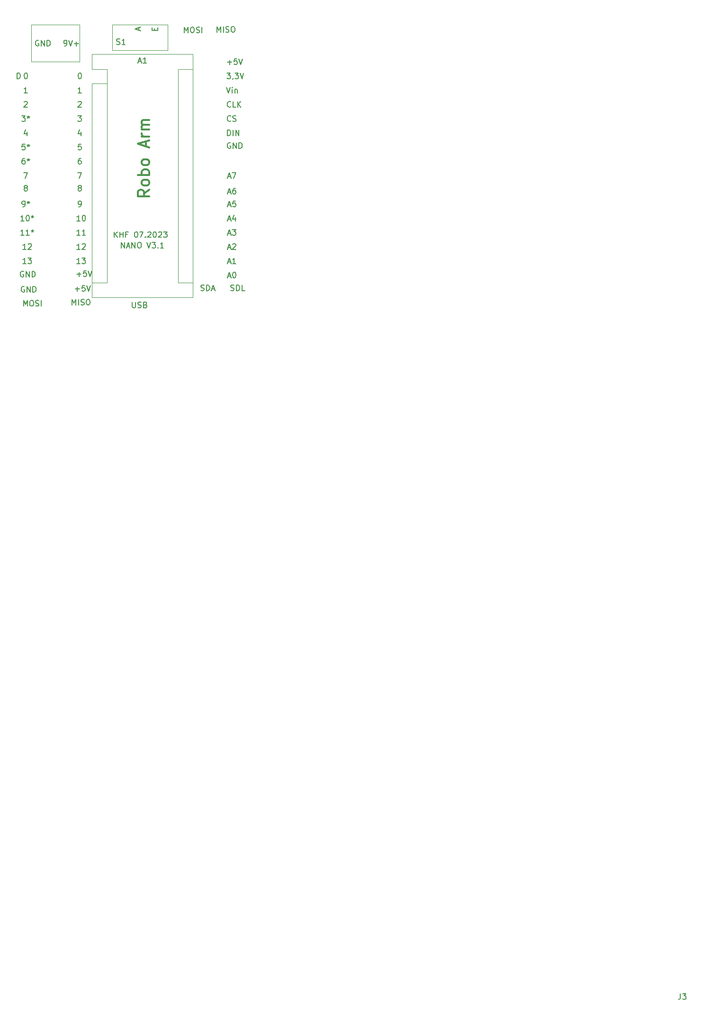
<source format=gbr>
%TF.GenerationSoftware,KiCad,Pcbnew,(5.1.9)-1*%
%TF.CreationDate,2023-07-21T13:25:52+02:00*%
%TF.ProjectId,NANO_Bot,4e414e4f-5f42-46f7-942e-6b696361645f,rev?*%
%TF.SameCoordinates,Original*%
%TF.FileFunction,Legend,Top*%
%TF.FilePolarity,Positive*%
%FSLAX46Y46*%
G04 Gerber Fmt 4.6, Leading zero omitted, Abs format (unit mm)*
G04 Created by KiCad (PCBNEW (5.1.9)-1) date 2023-07-21 13:25:52*
%MOMM*%
%LPD*%
G01*
G04 APERTURE LIST*
%ADD10C,0.120000*%
%ADD11C,0.150000*%
%ADD12C,0.300000*%
%ADD13C,0.200000*%
G04 APERTURE END LIST*
D10*
X118364000Y-310134000D02*
X118364000Y-303530000D01*
X109728000Y-310134000D02*
X109728000Y-303530000D01*
X118364000Y-310134000D02*
X109728000Y-310134000D01*
X109728000Y-303530000D02*
X118364000Y-303530000D01*
X124206000Y-308102000D02*
X124206000Y-303530000D01*
X134112000Y-308102000D02*
X124206000Y-308102000D01*
X134112000Y-303530000D02*
X134112000Y-308102000D01*
X124206000Y-303530000D02*
X134112000Y-303530000D01*
D11*
X124968095Y-306982761D02*
X125110952Y-307030380D01*
X125349047Y-307030380D01*
X125444285Y-306982761D01*
X125491904Y-306935142D01*
X125539523Y-306839904D01*
X125539523Y-306744666D01*
X125491904Y-306649428D01*
X125444285Y-306601809D01*
X125349047Y-306554190D01*
X125158571Y-306506571D01*
X125063333Y-306458952D01*
X125015714Y-306411333D01*
X124968095Y-306316095D01*
X124968095Y-306220857D01*
X125015714Y-306125619D01*
X125063333Y-306078000D01*
X125158571Y-306030380D01*
X125396666Y-306030380D01*
X125539523Y-306078000D01*
X126491904Y-307030380D02*
X125920476Y-307030380D01*
X126206190Y-307030380D02*
X126206190Y-306030380D01*
X126110952Y-306173238D01*
X126015714Y-306268476D01*
X125920476Y-306316095D01*
D12*
X130774761Y-332976666D02*
X129822380Y-333643333D01*
X130774761Y-334119523D02*
X128774761Y-334119523D01*
X128774761Y-333357619D01*
X128870000Y-333167142D01*
X128965238Y-333071904D01*
X129155714Y-332976666D01*
X129441428Y-332976666D01*
X129631904Y-333071904D01*
X129727142Y-333167142D01*
X129822380Y-333357619D01*
X129822380Y-334119523D01*
X130774761Y-331833809D02*
X130679523Y-332024285D01*
X130584285Y-332119523D01*
X130393809Y-332214761D01*
X129822380Y-332214761D01*
X129631904Y-332119523D01*
X129536666Y-332024285D01*
X129441428Y-331833809D01*
X129441428Y-331548095D01*
X129536666Y-331357619D01*
X129631904Y-331262380D01*
X129822380Y-331167142D01*
X130393809Y-331167142D01*
X130584285Y-331262380D01*
X130679523Y-331357619D01*
X130774761Y-331548095D01*
X130774761Y-331833809D01*
X130774761Y-330310000D02*
X128774761Y-330310000D01*
X129536666Y-330310000D02*
X129441428Y-330119523D01*
X129441428Y-329738571D01*
X129536666Y-329548095D01*
X129631904Y-329452857D01*
X129822380Y-329357619D01*
X130393809Y-329357619D01*
X130584285Y-329452857D01*
X130679523Y-329548095D01*
X130774761Y-329738571D01*
X130774761Y-330119523D01*
X130679523Y-330310000D01*
X130774761Y-328214761D02*
X130679523Y-328405238D01*
X130584285Y-328500476D01*
X130393809Y-328595714D01*
X129822380Y-328595714D01*
X129631904Y-328500476D01*
X129536666Y-328405238D01*
X129441428Y-328214761D01*
X129441428Y-327929047D01*
X129536666Y-327738571D01*
X129631904Y-327643333D01*
X129822380Y-327548095D01*
X130393809Y-327548095D01*
X130584285Y-327643333D01*
X130679523Y-327738571D01*
X130774761Y-327929047D01*
X130774761Y-328214761D01*
X130203333Y-325262380D02*
X130203333Y-324310000D01*
X130774761Y-325452857D02*
X128774761Y-324786190D01*
X130774761Y-324119523D01*
X130774761Y-323452857D02*
X129441428Y-323452857D01*
X129822380Y-323452857D02*
X129631904Y-323357619D01*
X129536666Y-323262380D01*
X129441428Y-323071904D01*
X129441428Y-322881428D01*
X130774761Y-322214761D02*
X129441428Y-322214761D01*
X129631904Y-322214761D02*
X129536666Y-322119523D01*
X129441428Y-321929047D01*
X129441428Y-321643333D01*
X129536666Y-321452857D01*
X129727142Y-321357619D01*
X130774761Y-321357619D01*
X129727142Y-321357619D02*
X129536666Y-321262380D01*
X129441428Y-321071904D01*
X129441428Y-320786190D01*
X129536666Y-320595714D01*
X129727142Y-320500476D01*
X130774761Y-320500476D01*
D11*
X128944666Y-304530095D02*
X128944666Y-304053904D01*
X129230380Y-304625333D02*
X128230380Y-304292000D01*
X129230380Y-303958666D01*
X131754571Y-304506285D02*
X131754571Y-304172952D01*
X132278380Y-304030095D02*
X132278380Y-304506285D01*
X131278380Y-304506285D01*
X131278380Y-304030095D01*
X127770095Y-353020380D02*
X127770095Y-353829904D01*
X127817714Y-353925142D01*
X127865333Y-353972761D01*
X127960571Y-354020380D01*
X128151047Y-354020380D01*
X128246285Y-353972761D01*
X128293904Y-353925142D01*
X128341523Y-353829904D01*
X128341523Y-353020380D01*
X128770095Y-353972761D02*
X128912952Y-354020380D01*
X129151047Y-354020380D01*
X129246285Y-353972761D01*
X129293904Y-353925142D01*
X129341523Y-353829904D01*
X129341523Y-353734666D01*
X129293904Y-353639428D01*
X129246285Y-353591809D01*
X129151047Y-353544190D01*
X128960571Y-353496571D01*
X128865333Y-353448952D01*
X128817714Y-353401333D01*
X128770095Y-353306095D01*
X128770095Y-353210857D01*
X128817714Y-353115619D01*
X128865333Y-353068000D01*
X128960571Y-353020380D01*
X129198666Y-353020380D01*
X129341523Y-353068000D01*
X130103428Y-353496571D02*
X130246285Y-353544190D01*
X130293904Y-353591809D01*
X130341523Y-353687047D01*
X130341523Y-353829904D01*
X130293904Y-353925142D01*
X130246285Y-353972761D01*
X130151047Y-354020380D01*
X129770095Y-354020380D01*
X129770095Y-353020380D01*
X130103428Y-353020380D01*
X130198666Y-353068000D01*
X130246285Y-353115619D01*
X130293904Y-353210857D01*
X130293904Y-353306095D01*
X130246285Y-353401333D01*
X130198666Y-353448952D01*
X130103428Y-353496571D01*
X129770095Y-353496571D01*
X144827714Y-340780666D02*
X145303904Y-340780666D01*
X144732476Y-341066380D02*
X145065809Y-340066380D01*
X145399142Y-341066380D01*
X145637238Y-340066380D02*
X146256285Y-340066380D01*
X145922952Y-340447333D01*
X146065809Y-340447333D01*
X146161047Y-340494952D01*
X146208666Y-340542571D01*
X146256285Y-340637809D01*
X146256285Y-340875904D01*
X146208666Y-340971142D01*
X146161047Y-341018761D01*
X146065809Y-341066380D01*
X145780095Y-341066380D01*
X145684857Y-341018761D01*
X145637238Y-340971142D01*
X144764285Y-310205428D02*
X145526190Y-310205428D01*
X145145238Y-310586380D02*
X145145238Y-309824476D01*
X146478571Y-309586380D02*
X146002380Y-309586380D01*
X145954761Y-310062571D01*
X146002380Y-310014952D01*
X146097619Y-309967333D01*
X146335714Y-309967333D01*
X146430952Y-310014952D01*
X146478571Y-310062571D01*
X146526190Y-310157809D01*
X146526190Y-310395904D01*
X146478571Y-310491142D01*
X146430952Y-310538761D01*
X146335714Y-310586380D01*
X146097619Y-310586380D01*
X146002380Y-310538761D01*
X145954761Y-310491142D01*
X146811904Y-309586380D02*
X147145238Y-310586380D01*
X147478571Y-309586380D01*
X144827714Y-338240666D02*
X145303904Y-338240666D01*
X144732476Y-338526380D02*
X145065809Y-337526380D01*
X145399142Y-338526380D01*
X146161047Y-337859714D02*
X146161047Y-338526380D01*
X145922952Y-337478761D02*
X145684857Y-338193047D01*
X146303904Y-338193047D01*
D13*
X144764286Y-323286380D02*
X144764286Y-322286380D01*
X145002381Y-322286380D01*
X145145238Y-322334000D01*
X145240476Y-322429238D01*
X145288096Y-322524476D01*
X145335715Y-322714952D01*
X145335715Y-322857809D01*
X145288096Y-323048285D01*
X145240476Y-323143523D01*
X145145238Y-323238761D01*
X145002381Y-323286380D01*
X144764286Y-323286380D01*
X145764286Y-323286380D02*
X145764286Y-322286380D01*
X146240476Y-323286380D02*
X146240476Y-322286380D01*
X146811905Y-323286380D01*
X146811905Y-322286380D01*
D11*
X144827714Y-335700666D02*
X145303904Y-335700666D01*
X144732476Y-335986380D02*
X145065809Y-334986380D01*
X145399142Y-335986380D01*
X146208666Y-334986380D02*
X145732476Y-334986380D01*
X145684857Y-335462571D01*
X145732476Y-335414952D01*
X145827714Y-335367333D01*
X146065809Y-335367333D01*
X146161047Y-335414952D01*
X146208666Y-335462571D01*
X146256285Y-335557809D01*
X146256285Y-335795904D01*
X146208666Y-335891142D01*
X146161047Y-335938761D01*
X146065809Y-335986380D01*
X145827714Y-335986380D01*
X145732476Y-335938761D01*
X145684857Y-335891142D01*
D13*
X145335714Y-318111142D02*
X145288095Y-318158761D01*
X145145238Y-318206380D01*
X145050000Y-318206380D01*
X144907143Y-318158761D01*
X144811905Y-318063523D01*
X144764286Y-317968285D01*
X144716667Y-317777809D01*
X144716667Y-317634952D01*
X144764286Y-317444476D01*
X144811905Y-317349238D01*
X144907143Y-317254000D01*
X145050000Y-317206380D01*
X145145238Y-317206380D01*
X145288095Y-317254000D01*
X145335714Y-317301619D01*
X146240476Y-318206380D02*
X145764286Y-318206380D01*
X145764286Y-317206380D01*
X146573810Y-318206380D02*
X146573810Y-317206380D01*
X147145238Y-318206380D02*
X146716667Y-317634952D01*
X147145238Y-317206380D02*
X146573810Y-317777809D01*
D11*
X144827714Y-333414666D02*
X145303904Y-333414666D01*
X144732476Y-333700380D02*
X145065809Y-332700380D01*
X145399142Y-333700380D01*
X146161047Y-332700380D02*
X145970571Y-332700380D01*
X145875333Y-332748000D01*
X145827714Y-332795619D01*
X145732476Y-332938476D01*
X145684857Y-333128952D01*
X145684857Y-333509904D01*
X145732476Y-333605142D01*
X145780095Y-333652761D01*
X145875333Y-333700380D01*
X146065809Y-333700380D01*
X146161047Y-333652761D01*
X146208666Y-333605142D01*
X146256285Y-333509904D01*
X146256285Y-333271809D01*
X146208666Y-333176571D01*
X146161047Y-333128952D01*
X146065809Y-333081333D01*
X145875333Y-333081333D01*
X145780095Y-333128952D01*
X145732476Y-333176571D01*
X145684857Y-333271809D01*
X144827714Y-343320666D02*
X145303904Y-343320666D01*
X144732476Y-343606380D02*
X145065809Y-342606380D01*
X145399142Y-343606380D01*
X145684857Y-342701619D02*
X145732476Y-342654000D01*
X145827714Y-342606380D01*
X146065809Y-342606380D01*
X146161047Y-342654000D01*
X146208666Y-342701619D01*
X146256285Y-342796857D01*
X146256285Y-342892095D01*
X146208666Y-343034952D01*
X145637238Y-343606380D01*
X146256285Y-343606380D01*
X144827714Y-345860666D02*
X145303904Y-345860666D01*
X144732476Y-346146380D02*
X145065809Y-345146380D01*
X145399142Y-346146380D01*
X146256285Y-346146380D02*
X145684857Y-346146380D01*
X145970571Y-346146380D02*
X145970571Y-345146380D01*
X145875333Y-345289238D01*
X145780095Y-345384476D01*
X145684857Y-345432095D01*
X144827714Y-348400666D02*
X145303904Y-348400666D01*
X144732476Y-348686380D02*
X145065809Y-347686380D01*
X145399142Y-348686380D01*
X145922952Y-347686380D02*
X146018190Y-347686380D01*
X146113428Y-347734000D01*
X146161047Y-347781619D01*
X146208666Y-347876857D01*
X146256285Y-348067333D01*
X146256285Y-348305428D01*
X146208666Y-348495904D01*
X146161047Y-348591142D01*
X146113428Y-348638761D01*
X146018190Y-348686380D01*
X145922952Y-348686380D01*
X145827714Y-348638761D01*
X145780095Y-348591142D01*
X145732476Y-348495904D01*
X145684857Y-348305428D01*
X145684857Y-348067333D01*
X145732476Y-347876857D01*
X145780095Y-347781619D01*
X145827714Y-347734000D01*
X145922952Y-347686380D01*
X144669047Y-312126380D02*
X145288095Y-312126380D01*
X144954761Y-312507333D01*
X145097618Y-312507333D01*
X145192857Y-312554952D01*
X145240476Y-312602571D01*
X145288095Y-312697809D01*
X145288095Y-312935904D01*
X145240476Y-313031142D01*
X145192857Y-313078761D01*
X145097618Y-313126380D01*
X144811904Y-313126380D01*
X144716666Y-313078761D01*
X144669047Y-313031142D01*
X145764285Y-313078761D02*
X145764285Y-313126380D01*
X145716666Y-313221619D01*
X145669047Y-313269238D01*
X146097618Y-312126380D02*
X146716666Y-312126380D01*
X146383333Y-312507333D01*
X146526190Y-312507333D01*
X146621428Y-312554952D01*
X146669047Y-312602571D01*
X146716666Y-312697809D01*
X146716666Y-312935904D01*
X146669047Y-313031142D01*
X146621428Y-313078761D01*
X146526190Y-313126380D01*
X146240476Y-313126380D01*
X146145238Y-313078761D01*
X146097618Y-313031142D01*
X147002380Y-312126380D02*
X147335714Y-313126380D01*
X147669047Y-312126380D01*
X144621428Y-314666380D02*
X144954761Y-315666380D01*
X145288095Y-314666380D01*
X145621428Y-315666380D02*
X145621428Y-314999714D01*
X145621428Y-314666380D02*
X145573809Y-314714000D01*
X145621428Y-314761619D01*
X145669047Y-314714000D01*
X145621428Y-314666380D01*
X145621428Y-314761619D01*
X146097618Y-314999714D02*
X146097618Y-315666380D01*
X146097618Y-315094952D02*
X146145238Y-315047333D01*
X146240476Y-314999714D01*
X146383333Y-314999714D01*
X146478571Y-315047333D01*
X146526190Y-315142571D01*
X146526190Y-315666380D01*
D13*
X145288095Y-324620000D02*
X145192857Y-324572380D01*
X145050000Y-324572380D01*
X144907142Y-324620000D01*
X144811904Y-324715238D01*
X144764285Y-324810476D01*
X144716666Y-325000952D01*
X144716666Y-325143809D01*
X144764285Y-325334285D01*
X144811904Y-325429523D01*
X144907142Y-325524761D01*
X145050000Y-325572380D01*
X145145238Y-325572380D01*
X145288095Y-325524761D01*
X145335714Y-325477142D01*
X145335714Y-325143809D01*
X145145238Y-325143809D01*
X145764285Y-325572380D02*
X145764285Y-324572380D01*
X146335714Y-325572380D01*
X146335714Y-324572380D01*
X146811904Y-325572380D02*
X146811904Y-324572380D01*
X147050000Y-324572380D01*
X147192857Y-324620000D01*
X147288095Y-324715238D01*
X147335714Y-324810476D01*
X147383333Y-325000952D01*
X147383333Y-325143809D01*
X147335714Y-325334285D01*
X147288095Y-325429523D01*
X147192857Y-325524761D01*
X147050000Y-325572380D01*
X146811904Y-325572380D01*
X145335714Y-320651142D02*
X145288095Y-320698761D01*
X145145238Y-320746380D01*
X145050000Y-320746380D01*
X144907142Y-320698761D01*
X144811904Y-320603523D01*
X144764285Y-320508285D01*
X144716666Y-320317809D01*
X144716666Y-320174952D01*
X144764285Y-319984476D01*
X144811904Y-319889238D01*
X144907142Y-319794000D01*
X145050000Y-319746380D01*
X145145238Y-319746380D01*
X145288095Y-319794000D01*
X145335714Y-319841619D01*
X145716666Y-320698761D02*
X145859523Y-320746380D01*
X146097619Y-320746380D01*
X146192857Y-320698761D01*
X146240476Y-320651142D01*
X146288095Y-320555904D01*
X146288095Y-320460666D01*
X146240476Y-320365428D01*
X146192857Y-320317809D01*
X146097619Y-320270190D01*
X145907142Y-320222571D01*
X145811904Y-320174952D01*
X145764285Y-320127333D01*
X145716666Y-320032095D01*
X145716666Y-319936857D01*
X145764285Y-319841619D01*
X145811904Y-319794000D01*
X145907142Y-319746380D01*
X146145238Y-319746380D01*
X146288095Y-319794000D01*
D11*
X144827714Y-330620666D02*
X145303904Y-330620666D01*
X144732476Y-330906380D02*
X145065809Y-329906380D01*
X145399142Y-330906380D01*
X145637238Y-329906380D02*
X146303904Y-329906380D01*
X145875333Y-330906380D01*
X108308095Y-347560000D02*
X108212857Y-347512380D01*
X108070000Y-347512380D01*
X107927142Y-347560000D01*
X107831904Y-347655238D01*
X107784285Y-347750476D01*
X107736666Y-347940952D01*
X107736666Y-348083809D01*
X107784285Y-348274285D01*
X107831904Y-348369523D01*
X107927142Y-348464761D01*
X108070000Y-348512380D01*
X108165238Y-348512380D01*
X108308095Y-348464761D01*
X108355714Y-348417142D01*
X108355714Y-348083809D01*
X108165238Y-348083809D01*
X108784285Y-348512380D02*
X108784285Y-347512380D01*
X109355714Y-348512380D01*
X109355714Y-347512380D01*
X109831904Y-348512380D02*
X109831904Y-347512380D01*
X110070000Y-347512380D01*
X110212857Y-347560000D01*
X110308095Y-347655238D01*
X110355714Y-347750476D01*
X110403333Y-347940952D01*
X110403333Y-348083809D01*
X110355714Y-348274285D01*
X110308095Y-348369523D01*
X110212857Y-348464761D01*
X110070000Y-348512380D01*
X109831904Y-348512380D01*
X118030666Y-329906380D02*
X118697333Y-329906380D01*
X118268761Y-330906380D01*
X117564285Y-350681428D02*
X118326190Y-350681428D01*
X117945238Y-351062380D02*
X117945238Y-350300476D01*
X119278571Y-350062380D02*
X118802380Y-350062380D01*
X118754761Y-350538571D01*
X118802380Y-350490952D01*
X118897619Y-350443333D01*
X119135714Y-350443333D01*
X119230952Y-350490952D01*
X119278571Y-350538571D01*
X119326190Y-350633809D01*
X119326190Y-350871904D01*
X119278571Y-350967142D01*
X119230952Y-351014761D01*
X119135714Y-351062380D01*
X118897619Y-351062380D01*
X118802380Y-351014761D01*
X118754761Y-350967142D01*
X119611904Y-350062380D02*
X119945238Y-351062380D01*
X120278571Y-350062380D01*
X118078285Y-317301619D02*
X118125904Y-317254000D01*
X118221142Y-317206380D01*
X118459238Y-317206380D01*
X118554476Y-317254000D01*
X118602095Y-317301619D01*
X118649714Y-317396857D01*
X118649714Y-317492095D01*
X118602095Y-317634952D01*
X118030666Y-318206380D01*
X118649714Y-318206380D01*
X118173523Y-335986380D02*
X118364000Y-335986380D01*
X118459238Y-335938761D01*
X118506857Y-335891142D01*
X118602095Y-335748285D01*
X118649714Y-335557809D01*
X118649714Y-335176857D01*
X118602095Y-335081619D01*
X118554476Y-335034000D01*
X118459238Y-334986380D01*
X118268761Y-334986380D01*
X118173523Y-335034000D01*
X118125904Y-335081619D01*
X118078285Y-335176857D01*
X118078285Y-335414952D01*
X118125904Y-335510190D01*
X118173523Y-335557809D01*
X118268761Y-335605428D01*
X118459238Y-335605428D01*
X118554476Y-335557809D01*
X118602095Y-335510190D01*
X118649714Y-335414952D01*
X118427523Y-338526380D02*
X117856095Y-338526380D01*
X118141809Y-338526380D02*
X118141809Y-337526380D01*
X118046571Y-337669238D01*
X117951333Y-337764476D01*
X117856095Y-337812095D01*
X119046571Y-337526380D02*
X119141809Y-337526380D01*
X119237047Y-337574000D01*
X119284666Y-337621619D01*
X119332285Y-337716857D01*
X119379904Y-337907333D01*
X119379904Y-338145428D01*
X119332285Y-338335904D01*
X119284666Y-338431142D01*
X119237047Y-338478761D01*
X119141809Y-338526380D01*
X119046571Y-338526380D01*
X118951333Y-338478761D01*
X118903714Y-338431142D01*
X118856095Y-338335904D01*
X118808476Y-338145428D01*
X118808476Y-337907333D01*
X118856095Y-337716857D01*
X118903714Y-337621619D01*
X118951333Y-337574000D01*
X119046571Y-337526380D01*
X118316380Y-312126380D02*
X118411619Y-312126380D01*
X118506857Y-312174000D01*
X118554476Y-312221619D01*
X118602095Y-312316857D01*
X118649714Y-312507333D01*
X118649714Y-312745428D01*
X118602095Y-312935904D01*
X118554476Y-313031142D01*
X118506857Y-313078761D01*
X118411619Y-313126380D01*
X118316380Y-313126380D01*
X118221142Y-313078761D01*
X118173523Y-313031142D01*
X118125904Y-312935904D01*
X118078285Y-312745428D01*
X118078285Y-312507333D01*
X118125904Y-312316857D01*
X118173523Y-312221619D01*
X118221142Y-312174000D01*
X118316380Y-312126380D01*
X118030666Y-319746380D02*
X118649714Y-319746380D01*
X118316380Y-320127333D01*
X118459238Y-320127333D01*
X118554476Y-320174952D01*
X118602095Y-320222571D01*
X118649714Y-320317809D01*
X118649714Y-320555904D01*
X118602095Y-320651142D01*
X118554476Y-320698761D01*
X118459238Y-320746380D01*
X118173523Y-320746380D01*
X118078285Y-320698761D01*
X118030666Y-320651142D01*
X118602095Y-324826380D02*
X118125904Y-324826380D01*
X118078285Y-325302571D01*
X118125904Y-325254952D01*
X118221142Y-325207333D01*
X118459238Y-325207333D01*
X118554476Y-325254952D01*
X118602095Y-325302571D01*
X118649714Y-325397809D01*
X118649714Y-325635904D01*
X118602095Y-325731142D01*
X118554476Y-325778761D01*
X118459238Y-325826380D01*
X118221142Y-325826380D01*
X118125904Y-325778761D01*
X118078285Y-325731142D01*
X118554476Y-327366380D02*
X118364000Y-327366380D01*
X118268761Y-327414000D01*
X118221142Y-327461619D01*
X118125904Y-327604476D01*
X118078285Y-327794952D01*
X118078285Y-328175904D01*
X118125904Y-328271142D01*
X118173523Y-328318761D01*
X118268761Y-328366380D01*
X118459238Y-328366380D01*
X118554476Y-328318761D01*
X118602095Y-328271142D01*
X118649714Y-328175904D01*
X118649714Y-327937809D01*
X118602095Y-327842571D01*
X118554476Y-327794952D01*
X118459238Y-327747333D01*
X118268761Y-327747333D01*
X118173523Y-327794952D01*
X118125904Y-327842571D01*
X118078285Y-327937809D01*
X118427523Y-343606380D02*
X117856095Y-343606380D01*
X118141809Y-343606380D02*
X118141809Y-342606380D01*
X118046571Y-342749238D01*
X117951333Y-342844476D01*
X117856095Y-342892095D01*
X118808476Y-342701619D02*
X118856095Y-342654000D01*
X118951333Y-342606380D01*
X119189428Y-342606380D01*
X119284666Y-342654000D01*
X119332285Y-342701619D01*
X119379904Y-342796857D01*
X119379904Y-342892095D01*
X119332285Y-343034952D01*
X118760857Y-343606380D01*
X119379904Y-343606380D01*
X118427523Y-346146380D02*
X117856095Y-346146380D01*
X118141809Y-346146380D02*
X118141809Y-345146380D01*
X118046571Y-345289238D01*
X117951333Y-345384476D01*
X117856095Y-345432095D01*
X118760857Y-345146380D02*
X119379904Y-345146380D01*
X119046571Y-345527333D01*
X119189428Y-345527333D01*
X119284666Y-345574952D01*
X119332285Y-345622571D01*
X119379904Y-345717809D01*
X119379904Y-345955904D01*
X119332285Y-346051142D01*
X119284666Y-346098761D01*
X119189428Y-346146380D01*
X118903714Y-346146380D01*
X118808476Y-346098761D01*
X118760857Y-346051142D01*
X118268761Y-332620952D02*
X118173523Y-332573333D01*
X118125904Y-332525714D01*
X118078285Y-332430476D01*
X118078285Y-332382857D01*
X118125904Y-332287619D01*
X118173523Y-332240000D01*
X118268761Y-332192380D01*
X118459238Y-332192380D01*
X118554476Y-332240000D01*
X118602095Y-332287619D01*
X118649714Y-332382857D01*
X118649714Y-332430476D01*
X118602095Y-332525714D01*
X118554476Y-332573333D01*
X118459238Y-332620952D01*
X118268761Y-332620952D01*
X118173523Y-332668571D01*
X118125904Y-332716190D01*
X118078285Y-332811428D01*
X118078285Y-333001904D01*
X118125904Y-333097142D01*
X118173523Y-333144761D01*
X118268761Y-333192380D01*
X118459238Y-333192380D01*
X118554476Y-333144761D01*
X118602095Y-333097142D01*
X118649714Y-333001904D01*
X118649714Y-332811428D01*
X118602095Y-332716190D01*
X118554476Y-332668571D01*
X118459238Y-332620952D01*
X118649714Y-315666380D02*
X118078285Y-315666380D01*
X118364000Y-315666380D02*
X118364000Y-314666380D01*
X118268761Y-314809238D01*
X118173523Y-314904476D01*
X118078285Y-314952095D01*
X118554476Y-322619714D02*
X118554476Y-323286380D01*
X118316380Y-322238761D02*
X118078285Y-322953047D01*
X118697333Y-322953047D01*
X118427523Y-341066380D02*
X117856095Y-341066380D01*
X118141809Y-341066380D02*
X118141809Y-340066380D01*
X118046571Y-340209238D01*
X117951333Y-340304476D01*
X117856095Y-340352095D01*
X119379904Y-341066380D02*
X118808476Y-341066380D01*
X119094190Y-341066380D02*
X119094190Y-340066380D01*
X118998952Y-340209238D01*
X118903714Y-340304476D01*
X118808476Y-340352095D01*
X125778095Y-343352380D02*
X125778095Y-342352380D01*
X126349523Y-343352380D01*
X126349523Y-342352380D01*
X126778095Y-343066666D02*
X127254285Y-343066666D01*
X126682857Y-343352380D02*
X127016190Y-342352380D01*
X127349523Y-343352380D01*
X127682857Y-343352380D02*
X127682857Y-342352380D01*
X128254285Y-343352380D01*
X128254285Y-342352380D01*
X128920952Y-342352380D02*
X129111428Y-342352380D01*
X129206666Y-342400000D01*
X129301904Y-342495238D01*
X129349523Y-342685714D01*
X129349523Y-343019047D01*
X129301904Y-343209523D01*
X129206666Y-343304761D01*
X129111428Y-343352380D01*
X128920952Y-343352380D01*
X128825714Y-343304761D01*
X128730476Y-343209523D01*
X128682857Y-343019047D01*
X128682857Y-342685714D01*
X128730476Y-342495238D01*
X128825714Y-342400000D01*
X128920952Y-342352380D01*
X130397142Y-342352380D02*
X130730476Y-343352380D01*
X131063809Y-342352380D01*
X131301904Y-342352380D02*
X131920952Y-342352380D01*
X131587619Y-342733333D01*
X131730476Y-342733333D01*
X131825714Y-342780952D01*
X131873333Y-342828571D01*
X131920952Y-342923809D01*
X131920952Y-343161904D01*
X131873333Y-343257142D01*
X131825714Y-343304761D01*
X131730476Y-343352380D01*
X131444761Y-343352380D01*
X131349523Y-343304761D01*
X131301904Y-343257142D01*
X132349523Y-343257142D02*
X132397142Y-343304761D01*
X132349523Y-343352380D01*
X132301904Y-343304761D01*
X132349523Y-343257142D01*
X132349523Y-343352380D01*
X133349523Y-343352380D02*
X132778095Y-343352380D01*
X133063809Y-343352380D02*
X133063809Y-342352380D01*
X132968571Y-342495238D01*
X132873333Y-342590476D01*
X132778095Y-342638095D01*
X108458095Y-350274000D02*
X108362857Y-350226380D01*
X108220000Y-350226380D01*
X108077142Y-350274000D01*
X107981904Y-350369238D01*
X107934285Y-350464476D01*
X107886666Y-350654952D01*
X107886666Y-350797809D01*
X107934285Y-350988285D01*
X107981904Y-351083523D01*
X108077142Y-351178761D01*
X108220000Y-351226380D01*
X108315238Y-351226380D01*
X108458095Y-351178761D01*
X108505714Y-351131142D01*
X108505714Y-350797809D01*
X108315238Y-350797809D01*
X108934285Y-351226380D02*
X108934285Y-350226380D01*
X109505714Y-351226380D01*
X109505714Y-350226380D01*
X109981904Y-351226380D02*
X109981904Y-350226380D01*
X110220000Y-350226380D01*
X110362857Y-350274000D01*
X110458095Y-350369238D01*
X110505714Y-350464476D01*
X110553333Y-350654952D01*
X110553333Y-350797809D01*
X110505714Y-350988285D01*
X110458095Y-351083523D01*
X110362857Y-351178761D01*
X110220000Y-351226380D01*
X109981904Y-351226380D01*
X117840285Y-348051428D02*
X118602190Y-348051428D01*
X118221238Y-348432380D02*
X118221238Y-347670476D01*
X119554571Y-347432380D02*
X119078380Y-347432380D01*
X119030761Y-347908571D01*
X119078380Y-347860952D01*
X119173619Y-347813333D01*
X119411714Y-347813333D01*
X119506952Y-347860952D01*
X119554571Y-347908571D01*
X119602190Y-348003809D01*
X119602190Y-348241904D01*
X119554571Y-348337142D01*
X119506952Y-348384761D01*
X119411714Y-348432380D01*
X119173619Y-348432380D01*
X119078380Y-348384761D01*
X119030761Y-348337142D01*
X119887904Y-347432380D02*
X120221238Y-348432380D01*
X120554571Y-347432380D01*
X108775523Y-346146380D02*
X108204095Y-346146380D01*
X108489809Y-346146380D02*
X108489809Y-345146380D01*
X108394571Y-345289238D01*
X108299333Y-345384476D01*
X108204095Y-345432095D01*
X109108857Y-345146380D02*
X109727904Y-345146380D01*
X109394571Y-345527333D01*
X109537428Y-345527333D01*
X109632666Y-345574952D01*
X109680285Y-345622571D01*
X109727904Y-345717809D01*
X109727904Y-345955904D01*
X109680285Y-346051142D01*
X109632666Y-346098761D01*
X109537428Y-346146380D01*
X109251714Y-346146380D01*
X109156476Y-346098761D01*
X109108857Y-346051142D01*
X108775523Y-343606380D02*
X108204095Y-343606380D01*
X108489809Y-343606380D02*
X108489809Y-342606380D01*
X108394571Y-342749238D01*
X108299333Y-342844476D01*
X108204095Y-342892095D01*
X109156476Y-342701619D02*
X109204095Y-342654000D01*
X109299333Y-342606380D01*
X109537428Y-342606380D01*
X109632666Y-342654000D01*
X109680285Y-342701619D01*
X109727904Y-342796857D01*
X109727904Y-342892095D01*
X109680285Y-343034952D01*
X109108857Y-343606380D01*
X109727904Y-343606380D01*
X108394571Y-341066380D02*
X107823142Y-341066380D01*
X108108857Y-341066380D02*
X108108857Y-340066380D01*
X108013619Y-340209238D01*
X107918380Y-340304476D01*
X107823142Y-340352095D01*
X109346952Y-341066380D02*
X108775523Y-341066380D01*
X109061238Y-341066380D02*
X109061238Y-340066380D01*
X108966000Y-340209238D01*
X108870761Y-340304476D01*
X108775523Y-340352095D01*
X109918380Y-340066380D02*
X109918380Y-340304476D01*
X109680285Y-340209238D02*
X109918380Y-340304476D01*
X110156476Y-340209238D01*
X109775523Y-340494952D02*
X109918380Y-340304476D01*
X110061238Y-340494952D01*
X108394571Y-338526380D02*
X107823142Y-338526380D01*
X108108857Y-338526380D02*
X108108857Y-337526380D01*
X108013619Y-337669238D01*
X107918380Y-337764476D01*
X107823142Y-337812095D01*
X109013619Y-337526380D02*
X109108857Y-337526380D01*
X109204095Y-337574000D01*
X109251714Y-337621619D01*
X109299333Y-337716857D01*
X109346952Y-337907333D01*
X109346952Y-338145428D01*
X109299333Y-338335904D01*
X109251714Y-338431142D01*
X109204095Y-338478761D01*
X109108857Y-338526380D01*
X109013619Y-338526380D01*
X108918380Y-338478761D01*
X108870761Y-338431142D01*
X108823142Y-338335904D01*
X108775523Y-338145428D01*
X108775523Y-337907333D01*
X108823142Y-337716857D01*
X108870761Y-337621619D01*
X108918380Y-337574000D01*
X109013619Y-337526380D01*
X109918380Y-337526380D02*
X109918380Y-337764476D01*
X109680285Y-337669238D02*
X109918380Y-337764476D01*
X110156476Y-337669238D01*
X109775523Y-337954952D02*
X109918380Y-337764476D01*
X110061238Y-337954952D01*
X108140571Y-335986380D02*
X108331047Y-335986380D01*
X108426285Y-335938761D01*
X108473904Y-335891142D01*
X108569142Y-335748285D01*
X108616761Y-335557809D01*
X108616761Y-335176857D01*
X108569142Y-335081619D01*
X108521523Y-335034000D01*
X108426285Y-334986380D01*
X108235809Y-334986380D01*
X108140571Y-335034000D01*
X108092952Y-335081619D01*
X108045333Y-335176857D01*
X108045333Y-335414952D01*
X108092952Y-335510190D01*
X108140571Y-335557809D01*
X108235809Y-335605428D01*
X108426285Y-335605428D01*
X108521523Y-335557809D01*
X108569142Y-335510190D01*
X108616761Y-335414952D01*
X109188190Y-334986380D02*
X109188190Y-335224476D01*
X108950095Y-335129238D02*
X109188190Y-335224476D01*
X109426285Y-335129238D01*
X109045333Y-335414952D02*
X109188190Y-335224476D01*
X109331047Y-335414952D01*
X108616761Y-332620952D02*
X108521523Y-332573333D01*
X108473904Y-332525714D01*
X108426285Y-332430476D01*
X108426285Y-332382857D01*
X108473904Y-332287619D01*
X108521523Y-332240000D01*
X108616761Y-332192380D01*
X108807238Y-332192380D01*
X108902476Y-332240000D01*
X108950095Y-332287619D01*
X108997714Y-332382857D01*
X108997714Y-332430476D01*
X108950095Y-332525714D01*
X108902476Y-332573333D01*
X108807238Y-332620952D01*
X108616761Y-332620952D01*
X108521523Y-332668571D01*
X108473904Y-332716190D01*
X108426285Y-332811428D01*
X108426285Y-333001904D01*
X108473904Y-333097142D01*
X108521523Y-333144761D01*
X108616761Y-333192380D01*
X108807238Y-333192380D01*
X108902476Y-333144761D01*
X108950095Y-333097142D01*
X108997714Y-333001904D01*
X108997714Y-332811428D01*
X108950095Y-332716190D01*
X108902476Y-332668571D01*
X108807238Y-332620952D01*
X108378666Y-329906380D02*
X109045333Y-329906380D01*
X108616761Y-330906380D01*
X108521523Y-327366380D02*
X108331047Y-327366380D01*
X108235809Y-327414000D01*
X108188190Y-327461619D01*
X108092952Y-327604476D01*
X108045333Y-327794952D01*
X108045333Y-328175904D01*
X108092952Y-328271142D01*
X108140571Y-328318761D01*
X108235809Y-328366380D01*
X108426285Y-328366380D01*
X108521523Y-328318761D01*
X108569142Y-328271142D01*
X108616761Y-328175904D01*
X108616761Y-327937809D01*
X108569142Y-327842571D01*
X108521523Y-327794952D01*
X108426285Y-327747333D01*
X108235809Y-327747333D01*
X108140571Y-327794952D01*
X108092952Y-327842571D01*
X108045333Y-327937809D01*
X109188190Y-327366380D02*
X109188190Y-327604476D01*
X108950095Y-327509238D02*
X109188190Y-327604476D01*
X109426285Y-327509238D01*
X109045333Y-327794952D02*
X109188190Y-327604476D01*
X109331047Y-327794952D01*
X108569142Y-324826380D02*
X108092952Y-324826380D01*
X108045333Y-325302571D01*
X108092952Y-325254952D01*
X108188190Y-325207333D01*
X108426285Y-325207333D01*
X108521523Y-325254952D01*
X108569142Y-325302571D01*
X108616761Y-325397809D01*
X108616761Y-325635904D01*
X108569142Y-325731142D01*
X108521523Y-325778761D01*
X108426285Y-325826380D01*
X108188190Y-325826380D01*
X108092952Y-325778761D01*
X108045333Y-325731142D01*
X109188190Y-324826380D02*
X109188190Y-325064476D01*
X108950095Y-324969238D02*
X109188190Y-325064476D01*
X109426285Y-324969238D01*
X109045333Y-325254952D02*
X109188190Y-325064476D01*
X109331047Y-325254952D01*
X108902476Y-322619714D02*
X108902476Y-323286380D01*
X108664380Y-322238761D02*
X108426285Y-322953047D01*
X109045333Y-322953047D01*
X107180095Y-313126380D02*
X107180095Y-312126380D01*
X107418190Y-312126380D01*
X107561047Y-312174000D01*
X107656285Y-312269238D01*
X107703904Y-312364476D01*
X107751523Y-312554952D01*
X107751523Y-312697809D01*
X107703904Y-312888285D01*
X107656285Y-312983523D01*
X107561047Y-313078761D01*
X107418190Y-313126380D01*
X107180095Y-313126380D01*
X107997714Y-319746380D02*
X108616761Y-319746380D01*
X108283428Y-320127333D01*
X108426285Y-320127333D01*
X108521523Y-320174952D01*
X108569142Y-320222571D01*
X108616761Y-320317809D01*
X108616761Y-320555904D01*
X108569142Y-320651142D01*
X108521523Y-320698761D01*
X108426285Y-320746380D01*
X108140571Y-320746380D01*
X108045333Y-320698761D01*
X107997714Y-320651142D01*
X109188190Y-319746380D02*
X109188190Y-319984476D01*
X108950095Y-319889238D02*
X109188190Y-319984476D01*
X109426285Y-319889238D01*
X109045333Y-320174952D02*
X109188190Y-319984476D01*
X109331047Y-320174952D01*
X108426285Y-317301619D02*
X108473904Y-317254000D01*
X108569142Y-317206380D01*
X108807238Y-317206380D01*
X108902476Y-317254000D01*
X108950095Y-317301619D01*
X108997714Y-317396857D01*
X108997714Y-317492095D01*
X108950095Y-317634952D01*
X108378666Y-318206380D01*
X108997714Y-318206380D01*
X108997714Y-315666380D02*
X108426285Y-315666380D01*
X108712000Y-315666380D02*
X108712000Y-314666380D01*
X108616761Y-314809238D01*
X108521523Y-314904476D01*
X108426285Y-314952095D01*
X108664380Y-312126380D02*
X108759619Y-312126380D01*
X108854857Y-312174000D01*
X108902476Y-312221619D01*
X108950095Y-312316857D01*
X108997714Y-312507333D01*
X108997714Y-312745428D01*
X108950095Y-312935904D01*
X108902476Y-313031142D01*
X108854857Y-313078761D01*
X108759619Y-313126380D01*
X108664380Y-313126380D01*
X108569142Y-313078761D01*
X108521523Y-313031142D01*
X108473904Y-312935904D01*
X108426285Y-312745428D01*
X108426285Y-312507333D01*
X108473904Y-312316857D01*
X108521523Y-312221619D01*
X108569142Y-312174000D01*
X108664380Y-312126380D01*
X115601904Y-307284380D02*
X115792380Y-307284380D01*
X115887619Y-307236761D01*
X115935238Y-307189142D01*
X116030476Y-307046285D01*
X116078095Y-306855809D01*
X116078095Y-306474857D01*
X116030476Y-306379619D01*
X115982857Y-306332000D01*
X115887619Y-306284380D01*
X115697142Y-306284380D01*
X115601904Y-306332000D01*
X115554285Y-306379619D01*
X115506666Y-306474857D01*
X115506666Y-306712952D01*
X115554285Y-306808190D01*
X115601904Y-306855809D01*
X115697142Y-306903428D01*
X115887619Y-306903428D01*
X115982857Y-306855809D01*
X116030476Y-306808190D01*
X116078095Y-306712952D01*
X116363809Y-306284380D02*
X116697142Y-307284380D01*
X117030476Y-306284380D01*
X117363809Y-306903428D02*
X118125714Y-306903428D01*
X117744761Y-307284380D02*
X117744761Y-306522476D01*
X124529523Y-341462380D02*
X124529523Y-340462380D01*
X125100952Y-341462380D02*
X124672380Y-340890952D01*
X125100952Y-340462380D02*
X124529523Y-341033809D01*
X125529523Y-341462380D02*
X125529523Y-340462380D01*
X125529523Y-340938571D02*
X126100952Y-340938571D01*
X126100952Y-341462380D02*
X126100952Y-340462380D01*
X126910476Y-340938571D02*
X126577142Y-340938571D01*
X126577142Y-341462380D02*
X126577142Y-340462380D01*
X127053333Y-340462380D01*
X128386666Y-340462380D02*
X128481904Y-340462380D01*
X128577142Y-340510000D01*
X128624761Y-340557619D01*
X128672380Y-340652857D01*
X128720000Y-340843333D01*
X128720000Y-341081428D01*
X128672380Y-341271904D01*
X128624761Y-341367142D01*
X128577142Y-341414761D01*
X128481904Y-341462380D01*
X128386666Y-341462380D01*
X128291428Y-341414761D01*
X128243809Y-341367142D01*
X128196190Y-341271904D01*
X128148571Y-341081428D01*
X128148571Y-340843333D01*
X128196190Y-340652857D01*
X128243809Y-340557619D01*
X128291428Y-340510000D01*
X128386666Y-340462380D01*
X129053333Y-340462380D02*
X129720000Y-340462380D01*
X129291428Y-341462380D01*
X130100952Y-341367142D02*
X130148571Y-341414761D01*
X130100952Y-341462380D01*
X130053333Y-341414761D01*
X130100952Y-341367142D01*
X130100952Y-341462380D01*
X130529523Y-340557619D02*
X130577142Y-340510000D01*
X130672380Y-340462380D01*
X130910476Y-340462380D01*
X131005714Y-340510000D01*
X131053333Y-340557619D01*
X131100952Y-340652857D01*
X131100952Y-340748095D01*
X131053333Y-340890952D01*
X130481904Y-341462380D01*
X131100952Y-341462380D01*
X131720000Y-340462380D02*
X131815238Y-340462380D01*
X131910476Y-340510000D01*
X131958095Y-340557619D01*
X132005714Y-340652857D01*
X132053333Y-340843333D01*
X132053333Y-341081428D01*
X132005714Y-341271904D01*
X131958095Y-341367142D01*
X131910476Y-341414761D01*
X131815238Y-341462380D01*
X131720000Y-341462380D01*
X131624761Y-341414761D01*
X131577142Y-341367142D01*
X131529523Y-341271904D01*
X131481904Y-341081428D01*
X131481904Y-340843333D01*
X131529523Y-340652857D01*
X131577142Y-340557619D01*
X131624761Y-340510000D01*
X131720000Y-340462380D01*
X132434285Y-340557619D02*
X132481904Y-340510000D01*
X132577142Y-340462380D01*
X132815238Y-340462380D01*
X132910476Y-340510000D01*
X132958095Y-340557619D01*
X133005714Y-340652857D01*
X133005714Y-340748095D01*
X132958095Y-340890952D01*
X132386666Y-341462380D01*
X133005714Y-341462380D01*
X133339047Y-340462380D02*
X133958095Y-340462380D01*
X133624761Y-340843333D01*
X133767619Y-340843333D01*
X133862857Y-340890952D01*
X133910476Y-340938571D01*
X133958095Y-341033809D01*
X133958095Y-341271904D01*
X133910476Y-341367142D01*
X133862857Y-341414761D01*
X133767619Y-341462380D01*
X133481904Y-341462380D01*
X133386666Y-341414761D01*
X133339047Y-341367142D01*
D10*
%TO.C,A1*%
X138591001Y-308755001D02*
X120551001Y-308755001D01*
X138591001Y-352195001D02*
X138591001Y-308755001D01*
X120551001Y-352195001D02*
X138591001Y-352195001D01*
X123221001Y-349525001D02*
X120551001Y-349525001D01*
X123221001Y-313965001D02*
X123221001Y-349525001D01*
X123221001Y-313965001D02*
X120551001Y-313965001D01*
X135921001Y-349525001D02*
X138591001Y-349525001D01*
X135921001Y-311425001D02*
X135921001Y-349525001D01*
X135921001Y-311425001D02*
X138591001Y-311425001D01*
X120551001Y-308755001D02*
X120551001Y-311425001D01*
X120551001Y-313965001D02*
X120551001Y-352195001D01*
X123221001Y-311425001D02*
X120551001Y-311425001D01*
X123221001Y-313965001D02*
X123221001Y-311425001D01*
%TO.C,MISO*%
D11*
X116998571Y-353522380D02*
X116998571Y-352522380D01*
X117331904Y-353236666D01*
X117665238Y-352522380D01*
X117665238Y-353522380D01*
X118141428Y-353522380D02*
X118141428Y-352522380D01*
X118570000Y-353474761D02*
X118712857Y-353522380D01*
X118950952Y-353522380D01*
X119046190Y-353474761D01*
X119093809Y-353427142D01*
X119141428Y-353331904D01*
X119141428Y-353236666D01*
X119093809Y-353141428D01*
X119046190Y-353093809D01*
X118950952Y-353046190D01*
X118760476Y-352998571D01*
X118665238Y-352950952D01*
X118617619Y-352903333D01*
X118570000Y-352808095D01*
X118570000Y-352712857D01*
X118617619Y-352617619D01*
X118665238Y-352570000D01*
X118760476Y-352522380D01*
X118998571Y-352522380D01*
X119141428Y-352570000D01*
X119760476Y-352522380D02*
X119950952Y-352522380D01*
X120046190Y-352570000D01*
X120141428Y-352665238D01*
X120189047Y-352855714D01*
X120189047Y-353189047D01*
X120141428Y-353379523D01*
X120046190Y-353474761D01*
X119950952Y-353522380D01*
X119760476Y-353522380D01*
X119665238Y-353474761D01*
X119570000Y-353379523D01*
X119522380Y-353189047D01*
X119522380Y-352855714D01*
X119570000Y-352665238D01*
X119665238Y-352570000D01*
X119760476Y-352522380D01*
%TO.C,MOSI*%
X108338571Y-353732380D02*
X108338571Y-352732380D01*
X108671904Y-353446666D01*
X109005238Y-352732380D01*
X109005238Y-353732380D01*
X109671904Y-352732380D02*
X109862380Y-352732380D01*
X109957619Y-352780000D01*
X110052857Y-352875238D01*
X110100476Y-353065714D01*
X110100476Y-353399047D01*
X110052857Y-353589523D01*
X109957619Y-353684761D01*
X109862380Y-353732380D01*
X109671904Y-353732380D01*
X109576666Y-353684761D01*
X109481428Y-353589523D01*
X109433809Y-353399047D01*
X109433809Y-353065714D01*
X109481428Y-352875238D01*
X109576666Y-352780000D01*
X109671904Y-352732380D01*
X110481428Y-353684761D02*
X110624285Y-353732380D01*
X110862380Y-353732380D01*
X110957619Y-353684761D01*
X111005238Y-353637142D01*
X111052857Y-353541904D01*
X111052857Y-353446666D01*
X111005238Y-353351428D01*
X110957619Y-353303809D01*
X110862380Y-353256190D01*
X110671904Y-353208571D01*
X110576666Y-353160952D01*
X110529047Y-353113333D01*
X110481428Y-353018095D01*
X110481428Y-352922857D01*
X110529047Y-352827619D01*
X110576666Y-352780000D01*
X110671904Y-352732380D01*
X110910000Y-352732380D01*
X111052857Y-352780000D01*
X111481428Y-353732380D02*
X111481428Y-352732380D01*
%TO.C,SDL*%
X145367523Y-350924761D02*
X145510380Y-350972380D01*
X145748476Y-350972380D01*
X145843714Y-350924761D01*
X145891333Y-350877142D01*
X145938952Y-350781904D01*
X145938952Y-350686666D01*
X145891333Y-350591428D01*
X145843714Y-350543809D01*
X145748476Y-350496190D01*
X145558000Y-350448571D01*
X145462761Y-350400952D01*
X145415142Y-350353333D01*
X145367523Y-350258095D01*
X145367523Y-350162857D01*
X145415142Y-350067619D01*
X145462761Y-350020000D01*
X145558000Y-349972380D01*
X145796095Y-349972380D01*
X145938952Y-350020000D01*
X146367523Y-350972380D02*
X146367523Y-349972380D01*
X146605619Y-349972380D01*
X146748476Y-350020000D01*
X146843714Y-350115238D01*
X146891333Y-350210476D01*
X146938952Y-350400952D01*
X146938952Y-350543809D01*
X146891333Y-350734285D01*
X146843714Y-350829523D01*
X146748476Y-350924761D01*
X146605619Y-350972380D01*
X146367523Y-350972380D01*
X147843714Y-350972380D02*
X147367523Y-350972380D01*
X147367523Y-349972380D01*
%TO.C,SDA*%
X140009714Y-350924761D02*
X140152571Y-350972380D01*
X140390666Y-350972380D01*
X140485904Y-350924761D01*
X140533523Y-350877142D01*
X140581142Y-350781904D01*
X140581142Y-350686666D01*
X140533523Y-350591428D01*
X140485904Y-350543809D01*
X140390666Y-350496190D01*
X140200190Y-350448571D01*
X140104952Y-350400952D01*
X140057333Y-350353333D01*
X140009714Y-350258095D01*
X140009714Y-350162857D01*
X140057333Y-350067619D01*
X140104952Y-350020000D01*
X140200190Y-349972380D01*
X140438285Y-349972380D01*
X140581142Y-350020000D01*
X141009714Y-350972380D02*
X141009714Y-349972380D01*
X141247809Y-349972380D01*
X141390666Y-350020000D01*
X141485904Y-350115238D01*
X141533523Y-350210476D01*
X141581142Y-350400952D01*
X141581142Y-350543809D01*
X141533523Y-350734285D01*
X141485904Y-350829523D01*
X141390666Y-350924761D01*
X141247809Y-350972380D01*
X141009714Y-350972380D01*
X141962095Y-350686666D02*
X142438285Y-350686666D01*
X141866857Y-350972380D02*
X142200190Y-349972380D01*
X142533523Y-350972380D01*
%TO.C,MISO*%
X142898571Y-304832380D02*
X142898571Y-303832380D01*
X143231904Y-304546666D01*
X143565238Y-303832380D01*
X143565238Y-304832380D01*
X144041428Y-304832380D02*
X144041428Y-303832380D01*
X144470000Y-304784761D02*
X144612857Y-304832380D01*
X144850952Y-304832380D01*
X144946190Y-304784761D01*
X144993809Y-304737142D01*
X145041428Y-304641904D01*
X145041428Y-304546666D01*
X144993809Y-304451428D01*
X144946190Y-304403809D01*
X144850952Y-304356190D01*
X144660476Y-304308571D01*
X144565238Y-304260952D01*
X144517619Y-304213333D01*
X144470000Y-304118095D01*
X144470000Y-304022857D01*
X144517619Y-303927619D01*
X144565238Y-303880000D01*
X144660476Y-303832380D01*
X144898571Y-303832380D01*
X145041428Y-303880000D01*
X145660476Y-303832380D02*
X145850952Y-303832380D01*
X145946190Y-303880000D01*
X146041428Y-303975238D01*
X146089047Y-304165714D01*
X146089047Y-304499047D01*
X146041428Y-304689523D01*
X145946190Y-304784761D01*
X145850952Y-304832380D01*
X145660476Y-304832380D01*
X145565238Y-304784761D01*
X145470000Y-304689523D01*
X145422380Y-304499047D01*
X145422380Y-304165714D01*
X145470000Y-303975238D01*
X145565238Y-303880000D01*
X145660476Y-303832380D01*
%TO.C,MOSI*%
X137068571Y-304922380D02*
X137068571Y-303922380D01*
X137401904Y-304636666D01*
X137735238Y-303922380D01*
X137735238Y-304922380D01*
X138401904Y-303922380D02*
X138592380Y-303922380D01*
X138687619Y-303970000D01*
X138782857Y-304065238D01*
X138830476Y-304255714D01*
X138830476Y-304589047D01*
X138782857Y-304779523D01*
X138687619Y-304874761D01*
X138592380Y-304922380D01*
X138401904Y-304922380D01*
X138306666Y-304874761D01*
X138211428Y-304779523D01*
X138163809Y-304589047D01*
X138163809Y-304255714D01*
X138211428Y-304065238D01*
X138306666Y-303970000D01*
X138401904Y-303922380D01*
X139211428Y-304874761D02*
X139354285Y-304922380D01*
X139592380Y-304922380D01*
X139687619Y-304874761D01*
X139735238Y-304827142D01*
X139782857Y-304731904D01*
X139782857Y-304636666D01*
X139735238Y-304541428D01*
X139687619Y-304493809D01*
X139592380Y-304446190D01*
X139401904Y-304398571D01*
X139306666Y-304350952D01*
X139259047Y-304303333D01*
X139211428Y-304208095D01*
X139211428Y-304112857D01*
X139259047Y-304017619D01*
X139306666Y-303970000D01*
X139401904Y-303922380D01*
X139640000Y-303922380D01*
X139782857Y-303970000D01*
X140211428Y-304922380D02*
X140211428Y-303922380D01*
%TO.C,*%
X225726666Y-476464380D02*
X225726666Y-477178666D01*
X225679047Y-477321523D01*
X225583809Y-477416761D01*
X225440952Y-477464380D01*
X225345714Y-477464380D01*
X226107619Y-476464380D02*
X226726666Y-476464380D01*
X226393333Y-476845333D01*
X226536190Y-476845333D01*
X226631428Y-476892952D01*
X226679047Y-476940571D01*
X226726666Y-477035809D01*
X226726666Y-477273904D01*
X226679047Y-477369142D01*
X226631428Y-477416761D01*
X226536190Y-477464380D01*
X226250476Y-477464380D01*
X226155238Y-477416761D01*
X226107619Y-477369142D01*
%TO.C,A1*%
X128856715Y-310046666D02*
X129332905Y-310046666D01*
X128761477Y-310332380D02*
X129094810Y-309332380D01*
X129428143Y-310332380D01*
X130285286Y-310332380D02*
X129713858Y-310332380D01*
X129999572Y-310332380D02*
X129999572Y-309332380D01*
X129904334Y-309475238D01*
X129809096Y-309570476D01*
X129713858Y-309618095D01*
%TO.C,GND*%
X110998095Y-306332000D02*
X110902857Y-306284380D01*
X110760000Y-306284380D01*
X110617142Y-306332000D01*
X110521904Y-306427238D01*
X110474285Y-306522476D01*
X110426666Y-306712952D01*
X110426666Y-306855809D01*
X110474285Y-307046285D01*
X110521904Y-307141523D01*
X110617142Y-307236761D01*
X110760000Y-307284380D01*
X110855238Y-307284380D01*
X110998095Y-307236761D01*
X111045714Y-307189142D01*
X111045714Y-306855809D01*
X110855238Y-306855809D01*
X111474285Y-307284380D02*
X111474285Y-306284380D01*
X112045714Y-307284380D01*
X112045714Y-306284380D01*
X112521904Y-307284380D02*
X112521904Y-306284380D01*
X112760000Y-306284380D01*
X112902857Y-306332000D01*
X112998095Y-306427238D01*
X113045714Y-306522476D01*
X113093333Y-306712952D01*
X113093333Y-306855809D01*
X113045714Y-307046285D01*
X112998095Y-307141523D01*
X112902857Y-307236761D01*
X112760000Y-307284380D01*
X112521904Y-307284380D01*
%TD*%
M02*

</source>
